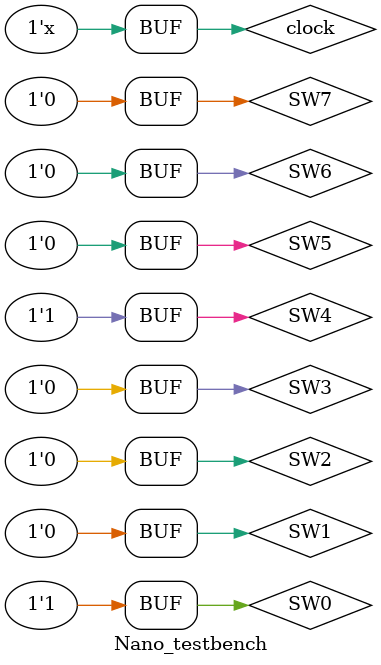
<source format=v>
`timescale 1ns / 1ps


module Nano_testbench(
);
    reg SW0,SW1,SW2,SW3,SW4,SW5,SW6,SW7,SW15;
    
    reg clock;
    wire enableA,enableB;
    wire JA1,JA2,JA3,JA4;
NANO_MAIN UUT(clock,SW0,SW1,SW2,SW3,SW4,SW5,SW6,SW7,enableA,enableB,JA1,JA2,JA3,JA4);
 initial begin
 clock =0;
 
 
    SW0=1;
    SW1=0;
    SW2=0;
    SW3=0;
    SW4=1;
    SW5=0;
    SW6=0;
    SW7=0;
    
    #1000000;
    
    
    
    
 end 
 
 always begin
    #5 clock = ~clock;
end  
endmodule

</source>
